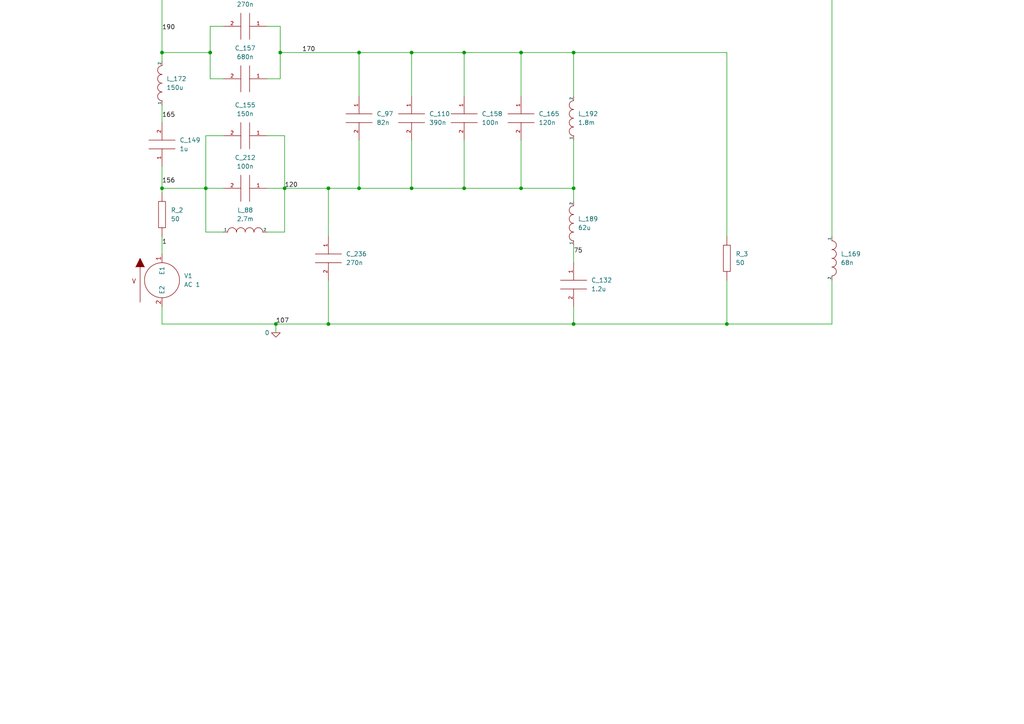
<source format=kicad_sch>
(kicad_sch (version 20211123) (generator eeschema)
  (paper "A4")
  (lib_symbols
    (symbol "pspice:0" (power) (pin_names (offset 0))
      (property "Value" "0" (at 0 -1.778 0))
      (symbol "0_0_1"
        (polyline (pts (xy -1.27 0) (xy 0 -1.27) (xy 1.27 0) (xy -1.27 0)))
      )
      (symbol "0_1_1"
        (pin power_in line (at 0 0 0) (length 0) hide (name "0") (number "1"))
      )
    )
    (symbol "pspice:C" (pin_names (offset 0.254))
      (property "Reference" "C" (at 2.54 3.81 90))
      (property "Value" "C" (at 2.54 -3.81 90))
      (symbol "C_0_1"
        (polyline (pts (xy -3.81 -1.27) (xy 3.81 -1.27)))
        (polyline (pts (xy -3.81 1.27) (xy 3.81 1.27)))
      )
      (symbol "C_1_1"
        (pin passive line (at 0 6.35 270) (length 5.08) (name "~") (number "1"))
        (pin passive line (at 0 -6.35 90) (length 5.08) (name "~") (number "2"))
      )
    )
    (symbol "pspice:INDUCTOR" (pin_numbers hide) (pin_names (offset 0))
      (property "Reference" "L" (at 0 2.54 0))
      (property "Value" "INDUCTOR" (at 0 -1.27 0))
      (symbol "INDUCTOR_0_1"
        (arc (start -2.54 0) (mid -3.81 1.27) (end -5.08 0))
        (arc (start 0 0) (mid -1.27 1.27) (end -2.54 0))
        (arc (start 2.54 0) (mid 1.27 1.27) (end 0 0))
        (arc (start 5.08 0) (mid 3.81 1.27) (end 2.54 0))
      )
      (symbol "INDUCTOR_1_1"
        (pin input line (at -6.35 0 0) (length 1.27) (name "1") (number "1"))
        (pin input line (at 6.35 0 180) (length 1.27) (name "2") (number "2"))
      )
    )
    (symbol "pspice:R" (pin_numbers hide) (pin_names (offset 0))
      (property "Reference" "R" (at 2.032 0 90))
      (property "Value" "R" (at 0 0 90))
      (symbol "R_0_1"
        (rectangle (start -1.016 3.81) (end 1.016 -3.81))
      )
      (symbol "R_1_1"
        (pin passive line (at 0 6.35 270) (length 2.54) (name "~") (number "1"))
        (pin passive line (at 0 -6.35 90) (length 2.54) (name "~") (number "2"))
      )
    )
    (symbol "pspice:VSOURCE" (pin_names (offset 1.016))
      (property "Reference" "V" (at -6.35 7.62 0))
      (property "Value" "VSOURCE" (at 0 0 0))
      (symbol "VSOURCE_0_1"
        (polyline (pts (xy -6.35 -6.35) (xy -6.35 3.81)) (fill (type outline)))
        (polyline (pts (xy -7.62 3.81) (xy -6.35 6.35) (xy -5.08 3.81)) (fill (type outline)))
        (circle (center 0 0) (radius 5.08))
        (text "V" (at -8.128 -0.254 0) (effects (font (size 1.27 1.27))))
      )
      (symbol "VSOURCE_1_1"
        (pin input line (at 0 7.62 270) (length 2.54) (name "E1") (number "1"))
        (pin input line (at 0 -7.62 90) (length 2.54) (name "E2") (number "2"))
      )
    )
  )
  (junction (at 59.69 54.61))
  (junction (at 134.62 15.24))
  (junction (at 81.28 15.24))
  (junction (at 104.14 54.61))
  (junction (at 82.55 54.61))
  (junction (at 166.37 54.61))
  (junction (at 166.37 93.98))
  (junction (at 46.99 15.24))
  (junction (at 210.82 93.98))
  (junction (at 80.01 93.98))
  (junction (at 151.13 15.24))
  (junction (at 95.25 93.98))
  (junction (at 134.62 54.61))
  (junction (at 119.38 15.24))
  (junction (at 46.99 54.61))
  (junction (at 166.37 15.24))
  (junction (at 95.25 54.61))
  (junction (at 60.96 15.24))
  (junction (at 119.38 54.61))
  (junction (at 104.14 15.24))
  (junction (at 151.13 54.61))
  (wire (pts (xy 46.99 55.88) (xy 46.99 54.61)))
  (wire (pts (xy 95.25 81.28) (xy 95.25 93.98)))
  (wire (pts (xy 134.62 54.61) (xy 151.13 54.61)))
  (wire (pts (xy 80.01 93.98) (xy 95.25 93.98)))
  (wire (pts (xy 104.14 15.24) (xy 119.38 15.24)))
  (wire (pts (xy 82.55 39.37) (xy 82.55 54.61)))
  (wire (pts (xy 134.62 15.24) (xy 151.13 15.24)))
  (wire (pts (xy 59.69 67.31) (xy 64.77 67.31)))
  (wire (pts (xy 81.28 15.24) (xy 104.14 15.24)))
  (wire (pts (xy 95.25 54.61) (xy 104.14 54.61)))
  (wire (pts (xy 60.96 7.62) (xy 64.77 7.62)))
  (wire (pts (xy 59.69 39.37) (xy 59.69 54.61)))
  (wire (pts (xy 46.99 88.9) (xy 46.99 93.98)))
  (wire (pts (xy 46.99 68.58) (xy 46.99 73.66)))
  (wire (pts (xy 82.55 54.61) (xy 82.55 67.31)))
  (wire (pts (xy 60.96 7.62) (xy 60.96 15.24)))
  (wire (pts (xy 104.14 54.61) (xy 119.38 54.61)))
  (wire (pts (xy 166.37 15.24) (xy 166.37 27.94)))
  (wire (pts (xy 46.99 93.98) (xy 80.01 93.98)))
  (wire (pts (xy 59.69 54.61) (xy 64.77 54.61)))
  (wire (pts (xy 119.38 15.24) (xy 119.38 27.94)))
  (wire (pts (xy 95.25 54.61) (xy 95.25 68.58)))
  (wire (pts (xy 46.99 30.48) (xy 46.99 35.56)))
  (wire (pts (xy 77.47 54.61) (xy 82.55 54.61)))
  (wire (pts (xy 59.69 54.61) (xy 59.69 67.31)))
  (wire (pts (xy 77.47 22.86) (xy 81.28 22.86)))
  (wire (pts (xy 64.77 39.37) (xy 59.69 39.37)))
  (wire (pts (xy 60.96 15.24) (xy 60.96 22.86)))
  (wire (pts (xy 166.37 54.61) (xy 166.37 58.42)))
  (wire (pts (xy 95.25 93.98) (xy 166.37 93.98)))
  (wire (pts (xy 104.14 15.24) (xy 104.14 27.94)))
  (wire (pts (xy 82.55 54.61) (xy 95.25 54.61)))
  (wire (pts (xy 210.82 68.58) (xy 210.82 15.24)))
  (wire (pts (xy 166.37 54.61) (xy 166.37 40.64)))
  (wire (pts (xy 46.99 -17.78) (xy 46.99 15.24)))
  (wire (pts (xy 241.3 -17.78) (xy 46.99 -17.78)))
  (wire (pts (xy 151.13 15.24) (xy 166.37 15.24)))
  (wire (pts (xy 46.99 15.24) (xy 60.96 15.24)))
  (wire (pts (xy 81.28 15.24) (xy 81.28 22.86)))
  (wire (pts (xy 77.47 39.37) (xy 82.55 39.37)))
  (wire (pts (xy 241.3 81.28) (xy 241.3 93.98)))
  (wire (pts (xy 166.37 88.9) (xy 166.37 93.98)))
  (wire (pts (xy 134.62 15.24) (xy 134.62 27.94)))
  (wire (pts (xy 46.99 15.24) (xy 46.99 17.78)))
  (wire (pts (xy 151.13 15.24) (xy 151.13 27.94)))
  (wire (pts (xy 151.13 40.64) (xy 151.13 54.61)))
  (wire (pts (xy 166.37 71.12) (xy 166.37 76.2)))
  (wire (pts (xy 77.47 67.31) (xy 82.55 67.31)))
  (wire (pts (xy 210.82 81.28) (xy 210.82 93.98)))
  (wire (pts (xy 151.13 54.61) (xy 166.37 54.61)))
  (wire (pts (xy 134.62 40.64) (xy 134.62 54.61)))
  (wire (pts (xy 77.47 7.62) (xy 81.28 7.62)))
  (wire (pts (xy 46.99 54.61) (xy 59.69 54.61)))
  (wire (pts (xy 119.38 40.64) (xy 119.38 54.61)))
  (wire (pts (xy 166.37 15.24) (xy 210.82 15.24)))
  (wire (pts (xy 81.28 7.62) (xy 81.28 15.24)))
  (wire (pts (xy 119.38 54.61) (xy 134.62 54.61)))
  (wire (pts (xy 241.3 -17.78) (xy 241.3 68.58)))
  (wire (pts (xy 241.3 93.98) (xy 210.82 93.98)))
  (wire (pts (xy 80.01 93.98) (xy 80.01 96.52)))
  (wire (pts (xy 166.37 93.98) (xy 210.82 93.98)))
  (wire (pts (xy 119.38 15.24) (xy 134.62 15.24)))
  (wire (pts (xy 104.14 40.64) (xy 104.14 54.61)))
  (wire (pts (xy 64.77 22.86) (xy 60.96 22.86)))
  (wire (pts (xy 46.99 54.61) (xy 46.99 48.26)))
  (label "107" (at 80.01 93.98 0))
  (label "75" (at 166.37 73.66 0))
  (label "120" (at 82.55 54.61 0))
  (label "165" (at 46.99 34.29 0))
  (label "1" (at 46.99 71.12 0))
  (label "190" (at 46.99 8.89 0))
  (label "156" (at 46.99 53.34 0))
  (label "170" (at 87.63 15.24 0))
  (symbol (lib_id "pspice:C") (at 151.13 34.29 0) (unit 1)
    (property "Reference" "C_165" (at 156.21 33.0199 0) (effects (justify left)))
    (property "Value" "120n" (at 156.21 35.5599 0) (effects (justify left)))
  )
  (symbol (lib_id "pspice:C") (at 104.14 34.29 0) (unit 1)
    (property "Reference" "C_97" (at 109.22 33.0199 0) (effects (justify left)))
    (property "Value" "82n" (at 109.22 35.5599 0) (effects (justify left)))
  )
  (symbol (lib_id "pspice:C") (at 71.12 39.37 270) (unit 1)
    (property "Reference" "C_155" (at 71.12 30.48 90))
    (property "Value" "150n" (at 71.12 33.02 90))
  )
  (symbol (lib_id "pspice:R") (at 210.82 74.93 180) (unit 1)
    (property "Reference" "R_3" (at 213.36 73.6599 0) (effects (justify right)))
    (property "Value" "50" (at 213.36 76.1999 0) (effects (justify right)))
  )
  (symbol (lib_id "pspice:INDUCTOR") (at 166.37 64.77 90) (unit 1)
    (property "Reference" "L_189" (at 167.64 63.4999 90) (effects (justify right)))
    (property "Value" "62u" (at 167.64 66.0399 90) (effects (justify right)))
  )
  (symbol (lib_id "pspice:C") (at 71.12 7.62 270) (unit 1)
    (property "Reference" "C_145" (at 71.12 -1.27 90))
    (property "Value" "270n" (at 71.12 1.27 90))
  )
  (symbol (lib_id "pspice:C") (at 71.12 22.86 270) (unit 1)
    (property "Reference" "C_157" (at 71.12 13.97 90))
    (property "Value" "680n" (at 71.12 16.51 90))
  )
  (symbol (lib_id "pspice:0") (at 80.01 96.52 0) (unit 1)
    (property "Reference" "#GND0101" (effects hide))
    (property "Value" "0" (at 77.47 96.52 0))
  )
  (symbol (lib_id "pspice:INDUCTOR") (at 166.37 34.29 90) (unit 1)
    (property "Reference" "L_192" (at 167.64 33.0199 90) (effects (justify right)))
    (property "Value" "1.8m" (at 167.64 35.5599 90) (effects (justify right)))
  )
  (symbol (lib_id "pspice:INDUCTOR") (at 241.3 74.93 270) (unit 1)
    (property "Reference" "L_169" (at 243.84 73.6599 90) (effects (justify left)))
    (property "Value" "68n" (at 243.84 76.1999 90) (effects (justify left)))
  )
  (symbol (lib_id "pspice:VSOURCE") (at 46.99 81.28 0) (unit 1)
    (property "Reference" "V1" (at 53.34 80.0099 0) (effects (justify left)))
    (property "Value" "AC 1" (at 53.34 82.5499 0) (effects (justify left)))
  )
  (symbol (lib_id "pspice:C") (at 166.37 82.55 0) (unit 1)
    (property "Reference" "C_132" (at 171.45 81.2799 0) (effects (justify left)))
    (property "Value" "1.2u" (at 171.45 83.8199 0) (effects (justify left)))
  )
  (symbol (lib_id "pspice:C") (at 134.62 34.29 0) (unit 1)
    (property "Reference" "C_158" (at 139.7 33.0199 0) (effects (justify left)))
    (property "Value" "100n" (at 139.7 35.5599 0) (effects (justify left)))
  )
  (symbol (lib_id "pspice:R") (at 46.99 62.23 180) (unit 1)
    (property "Reference" "R_2" (at 49.53 60.9599 0) (effects (justify right)))
    (property "Value" "50" (at 49.53 63.4999 0) (effects (justify right)))
  )
  (symbol (lib_id "pspice:C") (at 95.25 74.93 0) (unit 1)
    (property "Reference" "C_236" (at 100.33 73.6599 0) (effects (justify left)))
    (property "Value" "270n" (at 100.33 76.1999 0) (effects (justify left)))
  )
  (symbol (lib_id "pspice:C") (at 46.99 41.91 180) (unit 1)
    (property "Reference" "C_149" (at 52.07 40.6399 0) (effects (justify right)))
    (property "Value" "1u" (at 52.07 43.1799 0) (effects (justify right)))
  )
  (symbol (lib_id "pspice:INDUCTOR") (at 46.99 24.13 90) (unit 1)
    (property "Reference" "L_172" (at 48.26 22.8599 90) (effects (justify right)))
    (property "Value" "150u" (at 48.26 25.3999 90) (effects (justify right)))
  )
  (symbol (lib_id "pspice:INDUCTOR") (at 71.12 67.31 0) (unit 1)
    (property "Reference" "L_88" (at 71.12 60.96 0))
    (property "Value" "2.7m" (at 71.12 63.5 0))
  )
  (symbol (lib_id "pspice:C") (at 71.12 54.61 270) (unit 1)
    (property "Reference" "C_212" (at 71.12 45.72 90))
    (property "Value" "100n" (at 71.12 48.26 90))
  )
  (symbol (lib_id "pspice:C") (at 119.38 34.29 0) (unit 1)
    (property "Reference" "C_110" (at 124.46 33.0199 0) (effects (justify left)))
    (property "Value" "390n" (at 124.46 35.5599 0) (effects (justify left)))
  )
)
</source>
